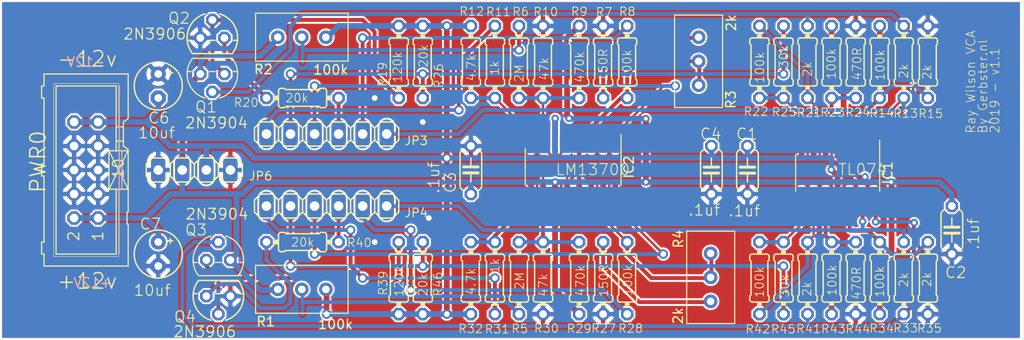
<source format=kicad_pcb>
(kicad_pcb (version 20211014) (generator pcbnew)
  (layers (0 "F.Cu" signal) (31 "B.Cu" signal) (34 "B.Paste" user) (35 "F.Paste" user) (36 "B.SilkS" user "B.Silkscreen") (37 "F.SilkS" user "F.Silkscreen") (38 "B.Mask" user) (39 "F.Mask" user) (44 "Edge.Cuts" user))
  (net 0 "")
  (net 1 "+12V")
  (net 2 "-12V")
  (net 3 "GND")
  (net 4 "Net-(IC1-Pad14)")
  (net 5 "/CV2_M")
  (net 6 "Net-(IC1-Pad12)")
  (net 7 "Net-(IC1-Pad10)")
  (net 8 "Net-(IC1-Pad9)")
  (net 9 "Net-(IC1-Pad8)")
  (net 10 "Net-(IC1-Pad7)")
  (net 11 "Net-(IC1-Pad6)")
  (net 12 "Net-(IC1-Pad5)")
  (net 13 "Net-(IC1-Pad3)")
  (net 14 "/CV1_M")
  (net 15 "Net-(IC1-Pad1)")
  (net 16 "/SWB2_M")
  (net 18 "Net-(IC2-Pad14)")
  (net 19 "Net-(IC2-Pad10)")
  (net 20 "Net-(IC2-Pad9)")
  (net 21 "Net-(IC2-Pad8)")
  (net 22 "Net-(IC2-Pad5)")
  (net 23 "Net-(IC2-Pad3)")
  (net 25 "/SWB1_M")
  (net 26 "/AI1_M")
  (net 27 "/SWA1_M")
  (net 28 "/SWC1_M")
  (net 29 "/AO1_M")
  (net 30 "/AI2_M")
  (net 31 "/SWA2_M")
  (net 32 "/SWC2_M")
  (net 33 "/AO2_M")
  (net 34 "Net-(Q1-Pad3)")
  (net 35 "Net-(Q2-Pad1)")
  (net 36 "Net-(Q3-Pad3)")
  (net 37 "Net-(Q4-Pad1)")
  (net 38 "Net-(R27-Pad2)")
  (net 39 "Net-(R1-Pad2)")
  (net 40 "Net-(R2-Pad2)")
  (net 41 "Net-(R3-Pad3)")
  (footprint "ioboard:1X06" (layer "F.Cu") (at 128.8161 90.7161)
    (fp_text reference "JP4")
    (fp_text value "PINHD-1X6")
  )
  (footprint "ioboard:C050-024X044" (layer "F.Cu") (at 169.4561 86.9061 -90)
    (fp_text reference "C4")
    (fp_text value ".1uf")
  )
  (footprint "ioboard:0204_7" (layer "F.Cu") (at 192.3161 98.3361 -90)
    (fp_text reference "R35")
    (fp_text value "2k")
  )
  (footprint "ioboard:0204_7" (layer "F.Cu") (at 151.6761 75.4761 90)
    (fp_text reference "R10")
    (fp_text value "47k")
  )
  (footprint "ioboard:1X06" (layer "F.Cu") (at 128.8161 83.0961)
    (fp_text reference "JP3")
    (fp_text value "PINHD-1X6")
  )
  (footprint "ioboard:E2,5-5" (layer "F.Cu") (at 111.0361 95.7961 -90)
    (fp_text reference "C7")
    (fp_text value "10uf")
  )
  (footprint "ioboard:E2,5-5" (layer "F.Cu") (at 111.0361 78.0161 -90)
    (fp_text reference "C6")
    (fp_text value "10uf")
  )
  (footprint "ioboard:0204_7" (layer "F.Cu") (at 155.4861 98.3361 90)
    (fp_text reference "R29")
    (fp_text value "470k")
  )
  (footprint "ioboard:0204_7" (layer "F.Cu") (at 136.4361 98.3361 90)
    (fp_text reference "R39")
    (fp_text value "120k")
  )
  (footprint "ioboard:C050-024X044" (layer "F.Cu") (at 144.0561 86.9061 90)
    (fp_text reference "C3")
    (fp_text value ".1uf")
  )
  (footprint "Package_SO:SO-14_3.9x8.65mm_P1.27mm" (layer "F.Cu") (at 182.7961 87.1961 -90)
    (fp_text reference "IC1")
    (fp_text value "TL074P")
  )
  (footprint "ioboard:0204_7" (layer "F.Cu") (at 184.6961 75.4761 90)
    (fp_text reference "R24")
    (fp_text value "470R")
  )
  (footprint "ioboard:ML10" (layer "F.Cu") (at 103.4161 86.9061 90)
    (fp_text reference "PWR0")
    (fp_text value "ML10")
  )
  (footprint "Potentiometer_THT:Potentiometer_Bourns_3296W_Vertical" (layer "F.Cu") (at 168.1099 77.9399 -90)
    (fp_text reference "R3")
    (fp_text value "2k")
  )
  (footprint "ioboard:0204_7" (layer "F.Cu") (at 177.0761 98.3361 90)
    (fp_text reference "R45")
    (fp_text value "30k")
  )
  (footprint "ioboard:0204_7" (layer "F.Cu") (at 146.5961 75.4761 90)
    (fp_text reference "R11")
    (fp_text value "1k")
  )
  (footprint "ioboard:1X04" (layer "F.Cu") (at 114.8461 86.9061 180)
    (fp_text reference "JP6")
    (fp_text value "PINHD-1X4")
  )
  (footprint "ioboard:0204_7" (layer "F.Cu") (at 177.0761 75.4761 -90)
    (fp_text reference "R25")
    (fp_text value "30k")
  )
  (footprint "ioboard:0204_7" (layer "F.Cu") (at 149.1361 75.4761 -90)
    (fp_text reference "R6")
    (fp_text value "2M")
  )
  (footprint "ioboard:0204_7" (layer "F.Cu") (at 189.7761 75.4761 90)
    (fp_text reference "R13")
    (fp_text value "2k")
  )
  (footprint "ioboard:TO92" (layer "F.Cu") (at 117.3861 100.2411 180)
    (fp_text reference "Q4")
    (fp_text value "2N3906")
  )
  (footprint "ioboard:0204_7" (layer "F.Cu") (at 136.4361 75.4761 -90)
    (fp_text reference "R19")
    (fp_text value "120k")
  )
  (footprint "ioboard:0204_7" (layer "F.Cu") (at 192.3161 75.4761 90)
    (fp_text reference "R15")
    (fp_text value "2k")
  )
  (footprint "ioboard:0204_7" (layer "F.Cu") (at 149.1361 98.3361 90)
    (fp_text reference "R5")
    (fp_text value "2M")
  )
  (footprint "ioboard:C050-024X044" (layer "F.Cu") (at 173.2661 86.9061 -90)
    (fp_text reference "C1")
    (fp_text value ".1uf")
  )
  (footprint "ioboard:0204_7" (layer "F.Cu") (at 126.2761 94.5261 180)
    (fp_text reference "R40")
    (fp_text value "20k")
  )
  (footprint "ioboard:TO92" (layer "F.Cu") (at 117.3861 96.4311)
    (fp_text reference "Q3")
    (fp_text value "2N3904")
  )
  (footprint "ioboard:TO92" (layer "F.Cu") (at 116.7511 72.9361)
    (fp_text reference "Q2")
    (fp_text value "2N3906")
  )
  (footprint "ioboard:0204_7" (layer "F.Cu") (at 174.5361 98.3361 90)
    (fp_text reference "R42")
    (fp_text value "100k")
  )
  (footprint "ioboard:0204_7" (layer "F.Cu") (at 182.1561 98.3361 90)
    (fp_text reference "R43")
    (fp_text value "100k")
  )
  (footprint "ioboard:0204_7" (layer "F.Cu") (at 187.2361 75.4761 -90)
    (fp_text reference "R14")
    (fp_text value "100k")
  )
  (footprint "ioboard:0204_7" (layer "F.Cu") (at 179.6161 98.3361 90)
    (fp_text reference "R41")
    (fp_text value "2k")
  )
  (footprint "ioboard:0204_7" (layer "F.Cu") (at 155.4861 75.4761 -90)
    (fp_text reference "R9")
    (fp_text value "470k")
  )
  (footprint "ioboard:0204_7" (layer "F.Cu") (at 187.2361 98.3361 90)
    (fp_text reference "R34")
    (fp_text value "100k")
  )
  (footprint "ioboard:0204_7" (layer "F.Cu") (at 179.6161 75.4761 -90)
    (fp_text reference "R21")
    (fp_text value "2k")
  )
  (footprint "Potentiometer_THT:Potentiometer_Bourns_3296W_Vertical" (layer "F.Cu") (at 169.3799 95.7199 90)
    (fp_text reference "R4")
    (fp_text value "2k")
  )
  (footprint "ioboard:TO92" (layer "F.Cu") (at 116.7511 76.7461 180)
    (fp_text reference "Q1")
    (fp_text value "2N3904")
  )
  (footprint "ioboard:0204_7" (layer "F.Cu") (at 158.0261 75.4761 -90)
    (fp_text reference "R7")
    (fp_text value "150R")
  )
  (footprint "ioboard:0204_7" (layer "F.Cu") (at 160.5661 98.3361 90)
    (fp_text reference "R28")
    (fp_text value "100k")
  )
  (footprint "ioboard:0204_7" (layer "F.Cu") (at 138.9761 98.3361 90)
    (fp_text reference "R46")
    (fp_text value "20k")
  )
  (footprint "ioboard:0204_7" (layer "F.Cu") (at 146.5961 98.3361 -90)
    (fp_text reference "R31")
    (fp_text value "1k")
  )
  (footprint "ioboard:0204_7" (layer "F.Cu") (at 144.0561 75.4761 -90)
    (fp_text reference "R12")
    (fp_text value "4.7k")
  )
  (footprint "ioboard:0204_7" (layer "F.Cu") (at 151.6761 98.3361 -90)
    (fp_text reference "R30")
    (fp_text value "47k")
  )
  (footprint "ioboard:0204_7" (layer "F.Cu") (at 182.1561 75.4761 -90)
    (fp_text reference "R23")
    (fp_text value "100k")
  )
  (footprint "ioboard:0204_7" (layer "F.Cu") (at 158.0261 98.3361 90)
    (fp_text reference "R27")
    (fp_text value "150R")
  )
  (footprint "Potentiometer_THT:Potentiometer_Bourns_3296W_Vertical" (layer "F.Cu") (at 123.6599 99.5299 180)
    (fp_text reference "R1")
    (fp_text value "100k")
  )
  (footprint "ioboard:0204_7" (layer "F.Cu") (at 174.5361 75.4761 -90)
    (fp_text reference "R22")
    (fp_text value "100k")
  )
  (footprint "ioboard:0204_7" (layer "F.Cu") (at 160.5661 75.4761 -90)
    (fp_text reference "R8")
    (fp_text value "100k")
  )
  (footprint "ioboard:C050-024X044" (layer "F.Cu") (at 194.8561 93.2561 -90)
    (fp_text reference "C2")
    (fp_text value ".1uf")
  )
  (footprint "ioboard:0204_7" (layer "F.Cu") (at 138.9761 75.4761 -90)
    (fp_text reference "R26")
    (fp_text value "20k")
  )
  (footprint "ioboard:0204_7" (layer "F.Cu") (at 189.7761 98.3361 -90)
    (fp_text reference "R33")
    (fp_text value "2k")
  )
  (footprint "ioboard:0204_7" (layer "F.Cu") (at 126.2761 79.2861 180)
    (fp_text reference "R20")
    (fp_text value "20k")
  )
  (footprint "ioboard:0204_7" (layer "F.Cu") (at 184.6961 98.3361 -90)
    (fp_text reference "R44")
    (fp_text value "470R")
  )
  (footprint "Potentiometer_THT:Potentiometer_Bourns_3296W_Vertical" (layer "F.Cu") (at 123.6599 72.8599 180)
    (fp_text reference "R2")
    (fp_text value "100k")
  )
  (footprint "ioboard:0204_7" (layer "F.Cu") (at 144.0561 98.3361 90)
    (fp_text reference "R32")
    (fp_text value "4.7k")
  )
  (footprint "Package_SO:SOIC-16_3.9x9.9mm_P1.27mm" (layer "F.Cu") (at 154.8561 86.5861 -90)
    (fp_text reference "IC2")
    (fp_text value "LM13700N")
  )
  (gr_line (start 107.2 84.85) (end 107.2 89) (layer "B.SilkS") (width 0.12))
  (gr_line (start 106.925 77.975) (end 106.9 95.825) (layer "B.SilkS") (width 0.12))
  (gr_line (start 105.8291 84.8741) (end 107.8611 88.9381) (layer "F.SilkS") (width 0.12))
  (gr_line (start 107.8611 84.8106) (end 105.85 88.925) (layer "F.SilkS") (width 0.12))
  (gr_line (start 202.4761 104.6861) (end 94.5261 104.6861) (layer "Edge.Cuts") (width 0.05))
  (gr_line (start 202.4761 104.6861) (end 202.4761 69.1261) (layer "Edge.Cuts") (width 0.05))
  (gr_line (start 94.5261 69.1261) (end 94.5261 104.6861) (layer "Edge.Cuts") (width 0.05))
  (gr_line (start 94.5261 69.1261) (end 202.4761 69.1261) (layer "Edge.Cuts") (width 0.05))
  (gr_text "-12V" (at 103.4 75.475) (layer "B.SilkS") (effects (font (size 1 1)) (justify mirror)))
  (gr_text "+12V" (at 104.1 98.825) (layer "B.SilkS") (effects (font (size 1 1)) (justify mirror)))
  (gr_text "-12v" (at 100.2411 76.1111) (layer "F.SilkS") (effects (font (size 1.63576 1.63576) (thickness 0.14224)) (justify left bottom)))
  (gr_text "LM13700" (at 152.9461 87.5411) (layer "F.SilkS") (effects (font (size 1.1684 1.1684) (thickness 0.1016)) (justify left bottom)))
  (gr_text "By Gerbster.nl" (at 198.6661 83.0961 90) (layer "F.SilkS") (effects (font (size 0.93472 0.93472) (thickness 0.08128)) (justify left bottom)))
  (gr_text "+12v" (at 100.2411 99.6061) (layer "F.SilkS") (effects (font (size 1.63576 1.63576) (thickness 0.14224)) (justify left bottom)))
  (gr_text "TL074" (at 182.7911 87.5411) (layer "F.SilkS") (effects (font (size 1.1684 1.1684) (thickness 0.1016)) (justify left bottom)))
  (gr_text "2019 - v1.1" (at 199.9361 83.0961 90) (layer "F.SilkS") (effects (font (size 0.93472 0.93472) (thickness 0.08128)) (justify left bottom)))
  (gr_text "Ray Wilson VCA" (at 197.3961 83.0961 90) (layer "F.SilkS") (effects (font (size 0.93472 0.93472) (thickness 0.08128)) (justify left bottom)))
  (segment (start 113.5761 86.9061) (end 113.5761 78.6511) (width 0.6096) (layer "F.Cu") (net 1))
  (segment (start 183.4261 82.334315) (end 183.4261 74.2061) (width 0.6096) (layer "F.Cu") (net 1))
  (segment (start 182.1561 71.6661) (end 182.1561 72.9361) (width 0.6096) (layer "F.Cu") (net 1))
  (segment (start 162.5461 81.4861) (end 162.54 81.48) (width 0.6096) (layer "F.Cu") (net 1))
  (segment (start 187.2361 100.8761) (end 187.2361 102.1461) (width 0.6096) (layer "F.Cu") (net 1))
  (segment (start 182.1561 102.1461) (end 182.1561 100.8761) (width 0.6096) (layer "F.Cu") (net 1))
  (segment (start 154.2161 81.2261) (end 154.2161 72.9361) (width 0.6096) (layer "F.Cu") (net 1))
  (segment (start 188.49 95.47) (end 188.49 88.22) (width 0.6096) (layer "F.Cu") (net 1))
  (segment (start 154.43 81.44) (end 154.2161 81.2261) (width 0.6096) (layer "F.Cu") (net 1))
  (segment (start 185.069447 87.63) (end 182.7961 85.356653) (width 0.6096) (layer "F.Cu") (net 1))
  (segment (start 185.9661 99.6061) (end 185.9661 97.9939) (width 0.6096) (layer "F.Cu") (net 1))
  (segment (start 182.1561 100.8761) (end 183.4261 99.6061) (width 0.6096) (layer "F.Cu") (net 1))
  (segment (start 162.5461 88.1761) (end 162.5461 81.4861) (width 0.6096) (layer "F.Cu") (net 1))
  (segment (start 182.1561 72.9361) (end 183.4261 74.2061) (width 0.6096) (layer "F.Cu") (net 1))
  (segment (start 183.4261 99.6061) (end 185.9661 99.6061) (width 0.6096) (layer "F.Cu") (net 1))
  (segment (start 152.9461 99.6061) (end 152.9461 88.1761) (width 0.6096) (layer "F.Cu") (net 1))
  (segment (start 113.5761 78.6511) (end 115.4811 76.7461) (width 0.6096) (layer "F.Cu") (net 1))
  (segment (start 155.4861 102.1461) (end 152.9461 99.6061) (width 0.6096) (layer "F.Cu") (net 1))
  (segment (start 185.9661 99.6061) (end 187.2361 100.8761) (width 0.6096) (layer "F.Cu") (net 1))
  (segment (start 185.674 87.63) (end 185.069447 87.63) (width 0.6096) (layer "F.Cu") (net 1))
  (segment (start 182.7961 82.964315) (end 183.4261 82.334315) (width 0.6096) (layer "F.Cu") (net 1))
  (segment (start 182.7961 85.356653) (end 182.7961 84.7211) (width 0.6096) (layer "F.Cu") (net 1))
  (segment (start 154.2161 72.9361) (end 155.4861 71.6661) (width 0.6096) (layer "F.Cu") (net 1))
  (segment (start 182.7961 83.7336) (end 182.7961 82.964315) (width 0.6096) (layer "F.Cu") (net 1))
  (segment (start 185.9661 97.9939) (end 188.49 95.47) (width 0.6096) (layer "F.Cu") (net 1))
  (segment (start 187.2361 71.6661) (end 187.2361 72.9361) (width 0.6096) (layer "F.Cu") (net 1))
  (segment (start 187.2361 72.9361) (end 185.9661 74.2061) (width 0.6096) (layer "F.Cu") (net 1))
  (segment (start 183.4261 74.2061) (end 185.9661 74.2061) (width 0.6096) (layer "F.Cu") (net 1))
  (segment (start 188.49 88.22) (end 188.4461 88.1761) (width 0.6096) (layer "F.Cu") (net 1))
  (via (at 188.4461 88.1761) (size 0.8) (drill 0.4) (layers "F.Cu" "B.Cu") (net 1))
  (via (at 152.9461 88.1761) (size 0.8) (drill 0.4) (layers "F.Cu" "B.Cu") (net 1))
  (via (at 162.54 81.48) (size 0.8) (drill 0.4) (layers "F.Cu" "B.Cu") (net 1))
  (via (at 185.674 87.63) (size 0.8) (drill 0.4) (layers "F.Cu" "B.Cu") (net 1))
  (via (at 154.43 81.44) (size 0.8) (drill 0.4) (layers "F.Cu" "B.Cu") (net 1))
  (via (at 162.5461 88.1761) (size 0.8) (drill 0.4) (layers "F.Cu" "B.Cu") (net 1))
  (segment (start 194.8561 90.7161) (end 194.8561 89.4461) (width 0.6096) (layer "B.Cu") (net 1))
  (segment (start 185.9661 88.1761) (end 184.6961 88.1761) (width 0.6096) (layer "B.Cu") (net 1))
  (segment (start 118.6561 96.4311) (end 121.8311 99.6061) (width 0.6096) (layer "B.Cu") (net 1))
  (segment (start 109.7661 91.9861) (end 112.3061 89.4461) (width 0.6096) (layer "B.Cu") (net 1))
  (segment (start 119.2911 89.4461) (end 119.9261 89.4461) (width 0.6096) (layer "B.Cu") (net 1))
  (segment (start 154.47 81.48) (end 154.43 81.44) (width 0.6096) (layer "B.Cu") (net 1))
  (segment (start 113.5761 86.9061) (end 113.5761 89.4461) (width 0.6096) (layer "B.Cu") (net 1))
  (segment (start 119.2911 89.4461) (end 119.2911 95.7961) (width 0.6096) (layer "B.Cu") (net 1))
  (segment (start 111.0361 93.2561) (end 109.7661 91.9861) (width 0.6096) (layer "B.Cu") (net 1))
  (segment (start 103.4161 91.9861) (end 104.6861 91.9861) (width 0.6096) (layer "B.Cu") (net 1))
  (segment (start 188.4461 88.1761) (end 185.9661 88.1761) (width 0.6096) (layer "B.Cu") (net 1))
  (segment (start 184.6961 88.1761) (end 162.5461 88.1761) (width 0.6096) (layer "B.Cu") (net 1))
  (segment (start 144.0561 88.1761) (end 152.9461 88.1761) (width 0.6096) (layer "B.Cu") (net 1))
  (segment (start 121.8311 74.8411) (end 123.7361 72.9361) (width 0.6096) (layer "B.Cu") (net 1))
  (segment (start 119.9261 89.4461) (end 121.1961 88.1761) (width 0.6096) (layer "B.Cu") (net 1))
  (segment (start 102.1461 91.9861) (end 104.6861 91.9861) (width 0.6096) (layer "B.Cu") (net 1))
  (segment (start 112.3061 89.4461) (end 113.5761 89.4461) (width 0.6096) (layer "B.Cu") (net 1))
  (segment (start 152.9461 88.1761) (end 162.5461 88.1761) (width 0.6096) (layer "B.Cu") (net 1))
  (segment (start 115.4811 76.7461) (end 115.4811 75.4761) (width 0.6096) (layer "B.Cu") (net 1))
  (segment (start 104.6861 91.9861) (end 109.7661 91.9861) (width 0.6096) (layer "B.Cu") (net 1))
  (segment (start 185.9661 88.1761) (end 185.674 87.884) (width 0.6096) (layer "B.Cu") (net 1))
  (segment (start 194.8561 89.4461) (end 193.5861 88.1761) (width 0.6096) (layer "B.Cu") (net 1))
  (segment (start 162.54 81.48) (end 154.47 81.48) (width 0.6096) (layer "B.Cu") (net 1))
  (segment (start 113.5761 89.4461) (end 119.2911 89.4461) (width 0.6096) (layer "B.Cu") (net 1))
  (segment (start 121.8311 99.6061) (end 123.7361 99.6061) (width 0.6096) (layer "B.Cu") (net 1))
  (segment (start 185.674 87.884) (end 185.674 87.63) (width 0.6096) (layer "B.Cu") (net 1))
  (segment (start 115.4811 75.4761) (end 116.1161 74.8411) (width 0.6096) (layer "B.Cu") (net 1))
  (segment (start 121.1961 88.1761) (end 144.0561 88.1761) (width 0.6096) (layer "B.Cu") (net 1))
  (segment (start 144.0561 89.4461) (end 144.0561 88.1761) (width 0.6096) (layer "B.Cu") (net 1))
  (segment (start 193.5861 88.1761) (end 188.4461 88.1761) (width 0.6096) (layer "B.Cu") (net 1))
  (segment (start 119.2911 95.7961) (end 118.6561 96.4311) (width 0.6096) (layer "B.Cu") (net 1))
  (segment (start 116.1161 74.8411) (end 121.8311 74.8411) (width 0.6096) (layer "B.Cu") (net 1))
  (segment (start 111.0361 94.5261) (end 111.0361 93.2561) (width 0.6096) (layer "B.Cu") (net 1))
  (segment (start 128.8161 99.6061) (end 128.8161 102.1461) (width 0.6096) (layer "F.Cu") (net 2))
  (segment (start 152.96 81.45) (end 152.96 83.1147) (width 0.6096) (layer "F.Cu") (net 2))
  (segment (start 182.118 86.868) (end 182.7961 87.5461) (width 0.6096) (layer "F.Cu") (net 2))
  (segment (start 141.5161 102.1461) (end 141.5161 85.6361) (width 0.6096) (layer "F.Cu") (net 2))
  (segment (start 152.96 83.1147) (end 152.9511 83.1236) (width 0.6096) (layer "F.Cu") (net 2))
  (segment (start 141.5161 85.6361) (end 141.5161 71.6661) (width 0.6096) (layer "F.Cu") (net 2))
  (segment (start 182.7961 87.5461) (end 182.7961 89.6711) (width 0.6096) (layer "F.Cu") (net 2))
  (via (at 182.118 86.868) (size 0.8) (drill 0.4) (layers "F.Cu" "B.Cu") (net 2))
  (via (at 128.8161 102.1461) (size 1.0064) (drill 0.6) (layers "F.Cu" "B.Cu") (net 2))
  (via (at 152.96 81.45) (size 0.8) (drill 0.4) (layers "F.Cu" "B.Cu") (net 2))
  (via (at 141.5161 102.1461) (size 1.0064) (drill 0.6) (layers "F.Cu" "B.Cu") (net 2))
  (via (at 141.5161 85.6361) (size 1.0064) (drill 0.6) (layers "F.Cu" "B.Cu") (net 2))
  (via (at 141.5161 71.6661) (size 1.0064) (drill 0.6) (layers "F.Cu" "B.Cu") (net 2))
  (segment (start 109.7661 81.8261) (end 112.3061 84.3661) (width 0.6096) (layer "B.Cu") (net 2))
  (segment (start 121.1961 85.6361) (end 141.5161 85.6361) (width 0.6096) (layer "B.Cu") (net 2))
  (segment (start 169.4561 84.3661) (end 169.4561 85.6361) (width 0.6096) (layer "B.Cu") (net 2))
  (segment (start 182.1561 85.6361) (end 182.1561 86.8299) (width 0.6096) (layer "B.Cu") (net 2))
  (segment (start 141.5161 71.6661) (end 138.9761 71.6661) (width 0.6096) (layer "B.Cu") (net 2))
  (segment (start 169.4225 85.6025) (end 169.4561 85.6361) (width 0.6096) (layer "B.Cu") (net 2))
  (segment (start 138.9761 102.1461) (end 128.8161 102.1461) (width 0.6096) (layer "B.Cu") (net 2))
  (segment (start 130.0861 71.6661) (end 128.8161 72.9361) (width 0.6096) (layer "B.Cu") (net 2))
  (segment (start 136.4361 102.1461) (end 138.9761 102.1461) (width 0.4064) (layer "B.Cu") (net 2))
  (segment (start 169.4561 85.6361) (end 173.2661 85.6361) (width 0.6096) (layer "B.Cu") (net 2))
  (segment (start 173.2661 85.6361) (end 182.1561 85.6361) (width 0.6096) (layer "B.Cu") (net 2))
  (segment (start 104.6861 81.8261) (end 109.7661 81.8261) (width 0.6096) (layer "B.Cu") (net 2))
  (segment (start 116.1161 84.3661) (end 119.9261 84.3661) (width 0.6096) (layer "B.Cu") (net 2))
  (segment (start 141.5161 85.6361) (end 152.9461 85.6361) (width 0.6096) (layer "B.Cu") (net 2))
  (segment (start 138.9761 102.1461) (end 141.5161 102.1461) (width 0.6096) (layer "B.Cu") (net 2))
  (segment (start 152.9797 85.6025) (end 169.4225 85.6025) (width 0.6096) (layer "B.Cu") (net 2))
  (segment (start 144.0561 102.1461) (end 141.5161 102.1461) (width 0.6096) (layer "B.Cu") (net 2))
  (segment (start 138.9761 71.6661) (end 136.4361 71.6661) (width 0.6096) (layer "B.Cu") (net 2))
  (segment (start 112.3061 84.3661) (end 116.1161 84.3661) (width 0.6096) (layer "B.Cu") (net 2))
  (segment (start 152.9461 85.6361) (end 152.9461 84.1139) (width 0.6096) (layer "B.Cu") (net 2))
  (segment (start 173.2661 84.3661) (end 173.2661 85.6361) (width 0.6096) (layer "B.Cu") (net 2))
  (segment (start 111.0361 79.2861) (end 111.0361 80.5561) (width 0.6096) (layer "B.Cu") (net 2))
  (segment (start 182.1561 86.8299) (end 182.118 86.868) (width 0.6096) (layer "B.Cu") (net 2))
  (segment (start 141.5161 71.6661) (end 144.0561 71.6661) (width 0.6096) (layer "B.Cu") (net 2))
  (segment (start 111.0361 80.5561) (end 109.7661 81.8261) (width 0.6096) (layer "B.Cu") (net 2))
  (segment (start 152.9461 84.1139) (end 152.9461 81.4639) (width 0.6096) (layer "B.Cu") (net 2))
  (segment (start 136.4361 71.6661) (end 130.0861 71.6661) (width 0.6096) (layer "B.Cu") (net 2))
  (segment (start 116.1161 86.9061) (end 116.1161 84.3661) (width 0.6096) (layer "B.Cu") (net 2))
  (segment (start 119.9261 84.3661) (end 121.1961 85.6361) (width 0.6096) (layer "B.Cu") (net 2))
  (segment (start 152.9461 85.6361) (end 152.9797 85.6025) (width 0.6096) (layer "B.Cu") (net 2))
  (segment (start 102.1461 81.8261) (end 104.6861 81.8261) (width 0.6096) (layer "B.Cu") (net 2))
  (segment (start 152.9461 81.4639) (end 152.96 81.45) (width 0.6096) (layer "B.Cu") (net 2))
  (via (at 133.8961 79.2861) (size 1.0064) (drill 0.6) (layers "F.Cu" "B.Cu") (net 3))
  (via (at 139.6111 91.9861) (size 1.0064) (drill 0.6) (layers "F.Cu" "B.Cu") (net 3))
  (via (at 133.8961 94.5261) (size 1.0064) (drill 0.6) (layers "F.Cu" "B.Cu") (net 3))
  (via (at 138.9761 81.8261) (size 1.0064) (drill 0.6) (layers "F.Cu" "B.Cu") (net 3))
  (segment (start 190.8429 92.5171) (end 190.88 92.48) (width 0.4064) (layer "F.Cu") (net 4))
  (segment (start 186.81 92.39) (end 186.81 90.8625) (width 0.4064) (layer "F.Cu") (net 4))
  (segment (start 186.81 90.8625) (end 186.6061 90.6586) (width 0.4064) (layer "F.Cu") (net 4))
  (segment (start 189.7761 102.1461) (end 190.8429 101.0793) (width 0.4064) (layer "F.Cu") (net 4))
  (segment (start 190.8429 101.0793) (end 190.8429 92.5171) (width 0.4064) (layer "F.Cu") (net 4))
  (via (at 190.88 92.48) (size 0.8) (drill 0.4) (layers "F.Cu" "B.Cu") (net 4))
  (via (at 186.81 92.39) (size 0.8) (drill 0.4) (layers "F.Cu" "B.Cu") (net 4))
  (segment (start 114.8461 94.5261) (end 113.5761 95.7961) (width 0.4064) (layer "B.Cu") (net 4))
  (segment (start 113.5761 102.1461) (end 114.8461 103.4161) (width 0.4064) (layer "B.Cu") (net 4))
  (segment (start 190.88 92.48) (end 190.79 92.39) (width 0.4064) (layer "B.Cu") (net 4))
  (segment (start 190.79 92.39) (end 186.81 92.39) (width 0.4064) (layer "B.Cu") (net 4))
  (segment (start 114.8461 103.4161) (end 179.6161 103.4161) (width 0.4064) (layer "B.Cu") (net 4))
  (segment (start 179.6161 103.4161) (end 179.6161 102.1461) (width 0.4064) (layer "B.Cu") (net 4))
  (segment (start 117.3861 94.5261) (end 114.8461 94.5261) (width 0.4064) (layer "B.Cu") (net 4))
  (segment (start 189.7761 102.1461) (end 188.5061 103.4161) (width 0.4064) (layer "B.Cu") (net 4))
  (segment (start 188.5061 103.4161) (end 179.6161 103.4161) (width 0.4064) (layer "B.Cu") (net 4))
  (segment (start 113.5761 95.7961) (end 113.5761 102.1461) (width 0.4064) (layer "B.Cu") (net 4))
  (segment (start 185.43 90.7525) (end 185.3361 90.6586) (width 0.4064) (layer "F.Cu") (net 5))
  (segment (start 185.43 92.35) (end 185.43 90.7525) (width 0.4064) (layer "F.Cu") (net 5))
  (via (at 185.43 92.35) (size 0.8) (drill 0.4) (layers "F.Cu" "B.Cu") (net 5))
  (segment (start 185.4361 93.2561) (end 145.3261 93.2561) (width 0.4064) (layer "B.Cu") (net 5))
  (segment (start 189.7761 93.2561) (end 185.4361 93.2561) (width 0.4064) (layer "B.Cu") (net 5))
  (segment (start 189.7761 94.5261) (end 189.7761 93.2561) (width 0.4064) (layer "B.Cu") (net 5))
  (segment (start 185.4361 92.3561) (end 185.43 92.35) (width 0.4064) (layer "B.Cu") (net 5))
  (segment (start 185.4361 93.2561) (end 185.4361 92.3561) (width 0.4064) (layer "B.Cu") (net 5))
  (segment (start 145.3261 93.2561) (end 142.7861 90.7161) (width 0.4064) (layer "B.Cu") (net 5))
  (segment (start 142.7861 90.7161) (end 135.1661 90.7161) (width 0.4064) (layer "B.Cu") (net 5))
  (segment (start 184.0661 93.2761) (end 184.0661 90.6586) (width 0.4064) (layer "F.Cu") (net 6))
  (segment (start 187.2361 94.5261) (end 186.05 93.34) (width 0.4064) (layer "F.Cu") (net 6))
  (segment (start 186.05 93.34) (end 184.13 93.34) (width 0.4064) (layer "F.Cu") (net 6))
  (segment (start 184.13 93.34) (end 184.0661 93.2761) (width 0.4064) (layer "F.Cu") (net 6))
  (segment (start 191.0461 95.7961) (end 188.5061 95.7961) (width 0.4064) (layer "B.Cu") (net 6))
  (segment (start 188.5061 95.7961) (end 187.2361 94.5261) (width 0.4064) (layer "B.Cu") (net 6))
  (segment (start 192.3161 94.5261) (end 191.0461 95.7961) (width 0.4064) (layer "B.Cu") (net 6))
  (segment (start 182.1561 94.5261) (end 181.5261 93.8961) (width 0.4064) (layer "F.Cu") (net 7))
  (segment (start 181.5261 93.8961) (end 181.5261 90.6586) (width 0.4064) (layer "F.Cu") (net 7))
  (segment (start 182.1561 94.5261) (end 184.6961 94.5261) (width 0.4064) (layer "B.Cu") (net 7))
  (segment (start 180.2561 93.8861) (end 179.6161 94.5261) (width 0.25) (layer "F.Cu") (net 8))
  (segment (start 180.2561 90.6586) (end 180.2561 93.8861) (width 0.25) (layer "F.Cu") (net 8))
  (segment (start 174.5361 102.1461) (end 179.6161 97.0661) (width 0.4064) (layer "B.Cu") (net 8))
  (segment (start 179.6161 97.0661) (end 179.6161 94.5261) (width 0.4064) (layer "B.Cu") (net 8))
  (segment (start 178.9861 92.6161) (end 177.0761 94.5261) (width 0.25) (layer "F.Cu") (net 9))
  (segment (start 178.9861 90.6586) (end 178.9861 92.6161) (width 0.25) (layer "F.Cu") (net 9))
  (segment (start 174.5361 94.5261) (end 177.0761 94.5261) (width 0.4064) (layer "B.Cu") (net 9))
  (segment (start 178.9861 81.1961) (end 177.0761 79.2861) (width 0.25) (layer "F.Cu") (net 10))
  (segment (start 178.9861 83.7336) (end 178.9861 81.1961) (width 0.25) (layer "F.Cu") (net 10))
  (segment (start 174.5361 79.2861) (end 177.0761 79.2861) (width 0.4064) (layer "B.Cu") (net 10))
  (segment (start 180.2561 79.9261) (end 179.6161 79.2861) (width 0.25) (layer "F.Cu") (net 11))
  (segment (start 180.2561 83.7336) (end 180.2561 79.9261) (width 0.25) (layer "F.Cu") (net 11))
  (segment (start 179.6161 76.7461) (end 174.5361 71.6661) (width 0.4064) (layer "B.Cu") (net 11))
  (segment (start 179.6161 79.2861) (end 179.6161 76.7461) (width 0.4064) (layer "B.Cu") (net 11))
  (segment (start 181.5261 83.229232) (end 181.5261 83.7336) (width 0.4064) (layer "F.Cu") (net 12))
  (segment (start 182.1561 79.2861) (end 182.1561 82.599232) (width 0.4064) (layer "F.Cu") (net 12))
  (segment (start 182.1561 82.599232) (end 181.5261 83.229232) (width 0.4064) (layer "F.Cu") (net 12))
  (segment (start 184.6961 79.2861) (end 182.1561 79.2861) (width 0.4064) (layer "B.Cu") (net 12))
  (segment (start 184.6297 81.8925) (end 184.6297 83.17) (width 0.4064) (layer "F.Cu") (net 13))
  (segment (start 187.2361 79.2861) (end 184.6297 81.8925) (width 0.4064) (layer "F.Cu") (net 13))
  (segment (start 184.6297 83.17) (end 184.0661 83.7336) (width 0.4064) (layer "F.Cu") (net 13))
  (segment (start 188.5061 78.0161) (end 187.2361 79.2861) (width 0.4064) (layer "B.Cu") (net 13))
  (segment (start 191.0461 78.0161) (end 188.5061 78.0161) (width 0.4064) (layer "B.Cu") (net 13))
  (segment (start 192.3161 79.2861) (end 191.0461 78.0161) (width 0.4064) (layer "B.Cu") (net 13))
  (segment (start 185.3361 82.6561) (end 187.2161 80.7761) (width 0.25) (layer "F.Cu") (net 14))
  (segment (start 187.2161 80.7761) (end 188.2861 80.7761) (width 0.25) (layer "F.Cu") (net 14))
  (segment (start 188.2861 80.7761) (end 189.7761 79.2861) (width 0.25) (layer "F.Cu") (net 14))
  (segment (start 185.3361 83.7336) (end 185.3361 82.6561) (width 0.25) (layer "F.Cu") (net 14))
  (segment (start 189.7761 79.2861) (end 189.7761 80.5561) (width 0.4064) (layer "B.Cu") (net 14))
  (segment (start 189.7761 80.5561) (end 187.4361 80.5561) (width 0.4064) (layer "B.Cu") (net 14))
  (segment (start 187.4361 80.5561) (end 145.3261 80.5561) (width 0.4064) (layer "B.Cu") (net 14))
  (segment (start 145.3261 80.5561) (end 142.7861 83.0961) (width 0.4064) (layer "B.Cu") (net 14))
  (segment (start 142.7861 83.0961) (end 135.1661 83.0961) (width 0.4064) (layer "B.Cu") (net 14))
  (segment (start 186.726692 83.7336) (end 190.77 79.690292) (width 0.25) (layer "F.Cu") (net 15))
  (segment (start 190.77 72.66) (end 189.7761 71.6661) (width 0.25) (layer "F.Cu") (net 15))
  (segment (start 186.6061 83.7336) (end 186.726692 83.7336) (width 0.25) (layer "F.Cu") (net 15))
  (segment (start 190.77 79.690292) (end 190.77 72.66) (width 0.25) (layer "F.Cu") (net 15))
  (segment (start 125.0061 74.2061) (end 120.5611 78.6511) (width 0.4064) (layer "B.Cu") (net 15))
  (segment (start 126.2761 70.3961) (end 125.0061 71.6661) (width 0.4064) (layer "B.Cu") (net 15))
  (segment (start 179.6161 70.3961) (end 126.2761 70.3961) (width 0.4064) (layer "B.Cu") (net 15))
  (segment (start 189.7761 71.6661) (end 188.5061 70.3961) (width 0.4064) (layer "B.Cu") (net 15))
  (segment (start 188.5061 70.3961) (end 179.6161 70.3961) (width 0.4064) (layer "B.Cu") (net 15))
  (segment (start 120.5611 78.6511) (end 116.7511 78.6511) (width 0.4064) (layer "B.Cu") (net 15))
  (segment (start 125.0061 71.6661) (end 125.0061 74.2061) (width 0.4064) (layer "B.Cu") (net 15))
  (segment (start 179.6161 71.6661) (end 179.6161 70.3961) (width 0.4064) (layer "B.Cu") (net 15))
  (segment (start 127.5461 90.7161) (end 127.5461 95.7961) (width 0.4064) (layer "F.Cu") (net 16))
  (segment (start 159.3011 90.0486) (end 159.3011 90.7211) (width 0.25) (layer "F.Cu") (net 16))
  (segment (start 159.3011 90.7211) (end 164.3761 95.7961) (width 0.25) (layer "F.Cu") (net 16))
  (via (at 127.5461 95.7961) (size 1.0064) (drill 0.6) (layers "F.Cu" "B.Cu") (net 16))
  (via (at 164.3761 95.7961) (size 1.0064) (drill 0.6) (layers "F.Cu" "B.Cu") (net 16))
  (segment (start 127.5461 95.7961) (end 164.3761 95.7961) (width 0.4064) (layer "B.Cu") (net 16))
  (segment (start 160.5661 94.5261) (end 160.5661 95.7961) (width 0.4064) (layer "F.Cu") (net 18))
  (segment (start 163.1061 98.3361) (end 169.4561 98.3361) (width 0.4064) (layer "F.Cu") (net 18))
  (segment (start 160.5661 95.7961) (end 163.1061 98.3361) (width 0.4064) (layer "F.Cu") (net 18))
  (segment (start 156.7611 90.7211) (end 160.5661 94.5261) (width 0.25) (layer "F.Cu") (net 18))
  (segment (start 169.4561 98.3361) (end 169.4561 95.7961) (width 0.4064) (layer "F.Cu") (net 18))
  (segment (start 156.7611 90.0486) (end 156.7611 90.7211) (width 0.25) (layer "F.Cu") (net 18))
  (segment (start 154.2211 87.400224) (end 153.530876 86.71) (width 0.25) (layer "F.Cu") (net 19))
  (segment (start 151.6761 90.0536) (end 151.6811 90.0486) (width 0.4064) (layer "F.Cu") (net 19))
  (segment (start 151.6761 94.5261) (end 151.6761 90.0536) (width 0.4064) (layer "F.Cu") (net 19))
  (segment (start 154.2211 90.0486) (end 154.2211 87.400224) (width 0.25) (layer "F.Cu") (net 19))
  (segment (start 151.97 86.71) (end 151.6811 86.9989) (width 0.25) (layer "F.Cu") (net 19))
  (segment (start 151.6811 86.9989) (end 151.6811 90.0486) (width 0.25) (layer "F.Cu") (net 19))
  (segment (start 153.530876 86.71) (end 151.97 86.71) (width 0.25) (layer "F.Cu") (net 19))
  (segment (start 149.1361 94.5261) (end 151.6761 94.5261) (width 0.4064) (layer "B.Cu") (net 19))
  (segment (start 151.6761 94.5261) (end 155.4861 94.5261) (width 0.4064) (layer "B.Cu") (net 19))
  (segment (start 146.5961 94.5261) (end 146.5961 93.8636) (width 0.4064) (layer "F.Cu") (net 20))
  (segment (start 146.5961 93.8636) (end 150.4111 90.0486) (width 0.4064) (layer "F.Cu") (net 20))
  (segment (start 144.0561 94.5261) (end 146.5961 94.5261) (width 0.4064) (layer "B.Cu") (net 20))
  (segment (start 150.4111 83.1011) (end 146.5961 79.2861) (width 0.25) (layer "F.Cu") (net 21))
  (segment (start 150.4111 83.1236) (end 150.4111 83.1011) (width 0.25) (layer "F.Cu") (net 21))
  (segment (start 144.0561 79.2861) (end 146.5961 79.2861) (width 0.4064) (layer "B.Cu") (net 21))
  (segment (start 151.6811 83.1236) (end 151.6761 83.1186) (width 0.25) (layer "F.Cu") (net 22))
  (segment (start 151.6761 83.1186) (end 151.6761 79.2861) (width 0.25) (layer "F.Cu") (net 22))
  (segment (start 152.603023 85.4143) (end 153.299177 85.4143) (width 0.25) (layer "F.Cu") (net 22))
  (segment (start 153.299177 85.4143) (end 154.2211 84.492377) (width 0.25) (layer "F.Cu") (net 22))
  (segment (start 154.2211 83.7989) (end 154.2211 83.1236) (width 0.25) (layer "F.Cu") (net 22))
  (segment (start 151.6811 84.492377) (end 152.603023 85.4143) (width 0.25) (layer "F.Cu") (net 22))
  (segment (start 154.2211 84.492377) (end 154.2211 84.1111) (width 0.25) (layer "F.Cu") (net 22))
  (segment (start 151.6811 83.1236) (end 151.6811 83.517377) (width 0.25) (layer "F.Cu") (net 22))
  (segment (start 151.6811 84.1111) (end 151.6811 84.492377) (width 0.25) (layer "F.Cu") (net 22))
  (segment (start 149.1361 79.2861) (end 151.6761 79.2861) (width 0.4064) (layer "B.Cu") (net 22))
  (segment (start 151.6761 79.2861) (end 155.4861 79.2861) (width 0.4064) (layer "B.Cu") (net 22))
  (segment (start 160.5661 79.2861) (end 160.5661 76.7461) (width 0.4064) (layer "F.Cu") (net 23))
  (segment (start 168.1861 75.4761) (end 168.1861 78.0161) (width 0.4064) (layer "F.Cu") (net 23))
  (segment (start 161.9123 75.3999) (end 168.1099 75.3999) (width 0.4064) (layer "F.Cu") (net 23))
  (segment (start 160.5661 76.7461) (end 161.9123 75.3999) (width 0.4064) (layer "F.Cu") (net 23))
  (segment (start 159.9057 79.2861) (end 156.7611 82.4307) (width 0.4064) (layer "F.Cu") (net 23))
  (segment (start 160.5661 79.2861) (end 159.9057 79.2861) (width 0.4064) (layer "F.Cu") (net 23))
  (segment (start 156.7611 82.4307) (end 156.7611 83.1236) (width 0.4064) (layer "F.Cu") (net 23))
  (segment (start 164.4086 78.0161) (end 165.6461 78.0161) (width 0.25) (layer "F.Cu") (net 25))
  (segment (start 159.3011 83.1236) (end 164.4086 78.0161) (width 0.25) (layer "F.Cu") (net 25))
  (segment (start 127.5461 78.0161) (end 127.5461 83.0961) (width 0.4064) (layer "F.Cu") (net 25))
  (via (at 165.6461 78.0161) (size 1.0064) (drill 0.6) (layers "F.Cu" "B.Cu") (net 25))
  (via (at 127.5461 78.0161) (size 1.0064) (drill 0.6) (layers "F.Cu" "B.Cu") (net 25))
  (segment (start 165.6461 78.0161) (end 127.5461 78.0161) (width 0.4064) (layer "B.Cu") (net 25))
  (segment (start 132.6261 72.9361) (end 132.6261 83.0961) (width 0.4064) (layer "F.Cu") (net 26))
  (via (at 132.6261 72.9361) (size 1.0064) (drill 0.6) (layers "F.Cu" "B.Cu") (net 26))
  (segment (start 159.2961 72.9361) (end 132.6261 72.9361) (width 0.4064) (layer "B.Cu") (net 26))
  (segment (start 160.5661 71.6661) (end 159.2961 72.9361) (width 0.4064) (layer "B.Cu") (net 26))
  (segment (start 130.0861 79.2861) (end 130.0861 83.0961) (width 0.4064) (layer "F.Cu") (net 27))
  (segment (start 138.9761 79.2861) (end 138.9761 76.7461) (width 0.4064) (layer "F.Cu") (net 28))
  (segment (start 177.0761 71.6661) (end 177.0761 76.7461) (width 0.4064) (layer "F.Cu") (net 28))
  (segment (start 125.0061 76.7461) (end 125.0061 83.0961) (width 0.4064) (layer "F.Cu") (net 28))
  (via (at 125.0061 76.7461) (size 1.0064) (drill 0.6) (layers "F.Cu" "B.Cu") (net 28))
  (via (at 177.0761 76.7461) (size 1.0064) (drill 0.6) (layers "F.Cu" "B.Cu") (net 28))
  (via (at 138.9761 76.7461) (size 1.0064) (drill 0.6) (layers "F.Cu" "B.Cu") (net 28))
  (segment (start 177.0761 76.7461) (end 138.9761 76.7461) (width 0.4064) (layer "B.Cu") (net 28))
  (segment (start 138.9761 76.7461) (end 125.0061 76.7461) (width 0.4064) (layer "B.Cu") (net 28))
  (segment (start 142.7861 75.4761) (end 146.5961 71.6661) (width 0.4064) (layer "F.Cu") (net 29))
  (segment (start 142.7861 80.5561) (end 142.7861 75.4761) (width 0.4064) (layer "F.Cu") (net 29))
  (via (at 142.7861 80.5561) (size 1.0064) (drill 0.6) (layers "F.Cu" "B.Cu") (net 29))
  (segment (start 123.7361 80.5561) (end 142.7861 80.5561) (width 0.4064) (layer "B.Cu") (net 29))
  (segment (start 122.4661 83.0961) (end 122.4661 81.8261) (width 0.4064) (layer "B.Cu") (net 29))
  (segment (start 122.4661 81.8261) (end 123.7361 80.5561) (width 0.4064) (layer "B.Cu") (net 29))
  (segment (start 137.7061 93.2561) (end 137.7061 99.6061) (width 0.4064) (layer "F.Cu") (net 30))
  (via (at 137.7061 99.6061) (size 1.0064) (drill 0.6) (layers "F.Cu" "B.Cu") (net 30))
  (via (at 137.7061 93.2561) (size 1.0064) (drill 0.6) (layers "F.Cu" "B.Cu") (net 30))
  (segment (start 132.6261 90.7161) (end 132.6261 91.9861) (width 0.4064) (layer "B.Cu") (net 30))
  (segment (start 158.0261 99.6061) (end 160.5661 102.1461) (width 0.4064) (layer "B.Cu") (net 30))
  (segment (start 133.8961 93.2561) (end 137.7061 93.2561) (width 0.4064) (layer "B.Cu") (net 30))
  (segment (start 137.7061 99.6061) (end 158.0261 99.6061) (width 0.4064) (layer "B.Cu") (net 30))
  (segment (start 132.6261 91.9861) (end 133.8961 93.2561) (width 0.4064) (layer "B.Cu") (net 30))
  (segment (start 130.0861 90.7161) (end 130.0861 94.5261) (width 0.4064) (layer "F.Cu") (net 31))
  (segment (start 125.0061 90.7161) (end 125.0061 97.0661) (width 0.4064) (layer "F.Cu") (net 32))
  (segment (start 138.9761 97.0661) (end 138.9761 94.5261) (width 0.4064) (layer "F.Cu") (net 32))
  (segment (start 177.0761 102.1461) (end 177.0761 97.0661) (width 0.4064) (layer "F.Cu") (net 32))
  (via (at 125.0061 97.0661) (size 1.0064) (drill 0.6) (layers "F.Cu" "B.Cu") (net 32))
  (via (at 138.9761 97.0661) (size 1.0064) (drill 0.6) (layers "F.Cu" "B.Cu") (net 32))
  (via (at 177.0761 97.0661) (size 1.0064) (drill 0.6) (layers "F.Cu" "B.Cu") (net 32))
  (segment (start 125.0061 97.0661) (end 138.9761 97.0661) (width 0.4064) (layer "B.Cu") (net 32))
  (segment (start 177.0761 97.0661) (end 138.9761 97.0661) (width 0.4064) (layer "B.Cu") (net 32))
  (segment (start 146.5961 98.3361) (end 146.5961 102.1461) (width 0.4064) (layer "F.Cu") (net 33))
  (segment (start 131.3561 97.0661) (end 132.6261 98.3361) (width 0.4064) (layer "F.Cu") (net 33))
  (segment (start 131.3561 93.2561) (end 131.3561 97.0661) (width 0.4064) (layer "F.Cu") (net 33))
  (via (at 132.6261 98.3361) (size 1.0064) (drill 0.6) (layers "F.Cu" "B.Cu") (net 33))
  (via (at 131.3561 93.2561) (size 1.0064) (drill 0.6) (layers "F.Cu" "B.Cu") (net 33))
  (via (at 146.5961 98.3361) (size 1.0064) (drill 0.6) (layers "F.Cu" "B.Cu") (net 33))
  (segment (start 123.7361 93.2561) (end 131.3561 93.2561) (width 0.4064) (layer "B.Cu") (net 33))
  (segment (start 132.6261 98.3361) (end 146.5961 98.3361) (width 0.4064) (layer "B.Cu") (net 33))
  (segment (start 122.4661 91.9861) (end 123.7361 93.2561) (width 0.4064) (layer "B.Cu") (net 33))
  (segment (start 122.4661 90.7161) (end 122.4661 91.9861) (width 0.4064) (layer "B.Cu") (net 33))
  (segment (start 116.7511 75.4761) (end 116.7511 71.0311) (width 0.4064) (layer "F.Cu") (net 34))
  (segment (start 133.8961 76.7461) (end 136.4361 79.2861) (width 0.4064) (layer "F.Cu") (net 34))
  (segment (start 118.0211 76.7461) (end 116.7511 75.4761) (width 0.4064) (layer "F.Cu") (net 34))
  (segment (start 116.7511 71.0311) (end 132.6261 71.0311) (width 0.4064) (layer "F.Cu") (net 34))
  (segment (start 132.6261 71.0311) (end 133.8961 72.3011) (width 0.4064) (layer "F.Cu") (net 34))
  (segment (start 133.8961 72.3011) (end 133.8961 76.7461) (width 0.4064) (layer "F.Cu") (net 34))
  (segment (start 118.0211 74.8411) (end 122.4661 79.2861) (width 0.4064) (layer "F.Cu") (net 35))
  (segment (start 118.0211 72.9361) (end 118.0211 74.8411) (width 0.4064) (layer "F.Cu") (net 35))
  (segment (start 136.4361 94.5261) (end 136.4361 98.3361) (width 0.4064) (layer "F.Cu") (net 36))
  (segment (start 116.1161 96.4311) (end 116.1161 97.0661) (width 0.4064) (layer "F.Cu") (net 36))
  (segment (start 117.3861 98.3361) (end 117.3861 102.1461) (width 0.4064) (layer "F.Cu") (net 36))
  (segment (start 130.0861 98.3361) (end 117.3861 98.3361) (width 0.4064) (layer "F.Cu") (net 36))
  (segment (start 135.1661 99.6061) (end 131.3561 99.6061) (width 0.4064) (layer "F.Cu") (net 36))
  (segment (start 131.3561 99.6061) (end 130.0861 98.3361) (width 0.4064) (layer "F.Cu") (net 36))
  (segment (start 136.4361 98.3361) (end 135.1661 99.6061) (width 0.4064) (layer "F.Cu") (net 36))
  (segment (start 116.1161 97.0661) (end 117.3861 98.3361) (width 0.4064) (layer "F.Cu") (net 36))
  (segment (start 122.4661 96.4311) (end 125.0061 98.9711) (width 0.4064) (layer "B.Cu") (net 37))
  (segment (start 119.2911 98.9711) (end 117.3861 98.9711) (width 0.4064) (layer "B.Cu") (net 37))
  (segment (start 117.3861 98.9711) (end 116.1161 100.2411) (width 0.4064) (layer "B.Cu") (net 37))
  (segment (start 121.8311 101.5111) (end 119.2911 98.9711) (width 0.4064) (layer "B.Cu") (net 37))
  (segment (start 125.0061 98.9711) (end 125.0061 100.8761) (width 0.4064) (layer "B.Cu") (net 37))
  (segment (start 125.0061 100.8761) (end 124.3711 101.5111) (width 0.4064) (layer "B.Cu") (net 37))
  (segment (start 122.4661 94.5261) (end 122.4661 96.4311) (width 0.4064) (layer "B.Cu") (net 37))
  (segment (start 124.3711 101.5111) (end 121.8311 101.5111) (width 0.4064) (layer "B.Cu") (net 37))
  (segment (start 161.8361 100.8761) (end 169.4561 100.8761) (width 0.4064) (layer "F.Cu") (net 38))
  (segment (start 158.0261 94.5261) (end 158.0261 97.0661) (width 0.4064) (layer "F.Cu") (net 38))
  (segment (start 158.0261 97.0661) (end 161.8361 100.8761) (width 0.4064) (layer "F.Cu") (net 38))
  (segment (start 126.2761 100.8761) (end 147.8661 100.8761) (width 0.4064) (layer "B.Cu") (net 39))
  (segment (start 126.2761 100.8761) (end 126.2761 102.1461) (width 0.4064) (layer "B.Cu") (net 39))
  (segment (start 126.2761 100.8761) (end 126.2761 99.6061) (width 0.4064) (layer "B.Cu") (net 39))
  (segment (start 147.8661 100.8761) (end 149.1361 102.1461) (width 0.4064) (layer "B.Cu") (net 39))
  (segment (start 149.1361 71.6661) (end 149.1361 74.2061) (width 0.4064) (layer "F.Cu") (net 40))
  (via (at 149.1361 74.2061) (size 1.0064) (drill 0.6) (layers "F.Cu" "B.Cu") (net 40))
  (segment (start 149.1361 74.2061) (end 126.2761 74.2061) (width 0.4064) (layer "B.Cu") (net 40))
  (segment (start 126.2761 75.4761) (end 126.2761 74.2061) (width 0.4064) (layer "B.Cu") (net 40))
  (segment (start 126.2761 74.2061) (end 126.2761 72.9361) (width 0.4064) (layer "B.Cu") (net 40))
  (segment (start 161.2011 72.9361) (end 168.1861 72.9361) (width 0.4064) (layer "F.Cu") (net 41))
  (segment (start 158.0261 76.1111) (end 161.2011 72.9361) (width 0.4064) (layer "F.Cu") (net 41))
  (segment (start 158.0261 79.2861) (end 158.0261 76.1111) (width 0.4064) (layer "F.Cu") (net 41))
  (zone (net 3) (net_name "GND") (layer "F.Cu") (priority 6) (connect_pads (clearance 0.000001)) (min_thickness 0.2032) (fill yes (thermal_gap 0.4564) (thermal_bridge_width 0.4564))
    (polygon (pts (xy 202.0443 104.8893) (xy 94.3229 104.8893) (xy 94.3229 68.9229) (xy 202.0443 68.9229)))
  )
  (zone (net 3) (net_name "GND") (layer "B.Cu") (priority 6) (connect_pads (clearance 0.000001)) (min_thickness 0.2032) (fill yes (thermal_gap 0.4564) (thermal_bridge_width 0.4564))
    (polygon (pts (xy 202.0443 104.8893) (xy 94.3229 104.8893) (xy 94.3229 68.9229) (xy 202.0443 68.9229)))
  )
)
</source>
